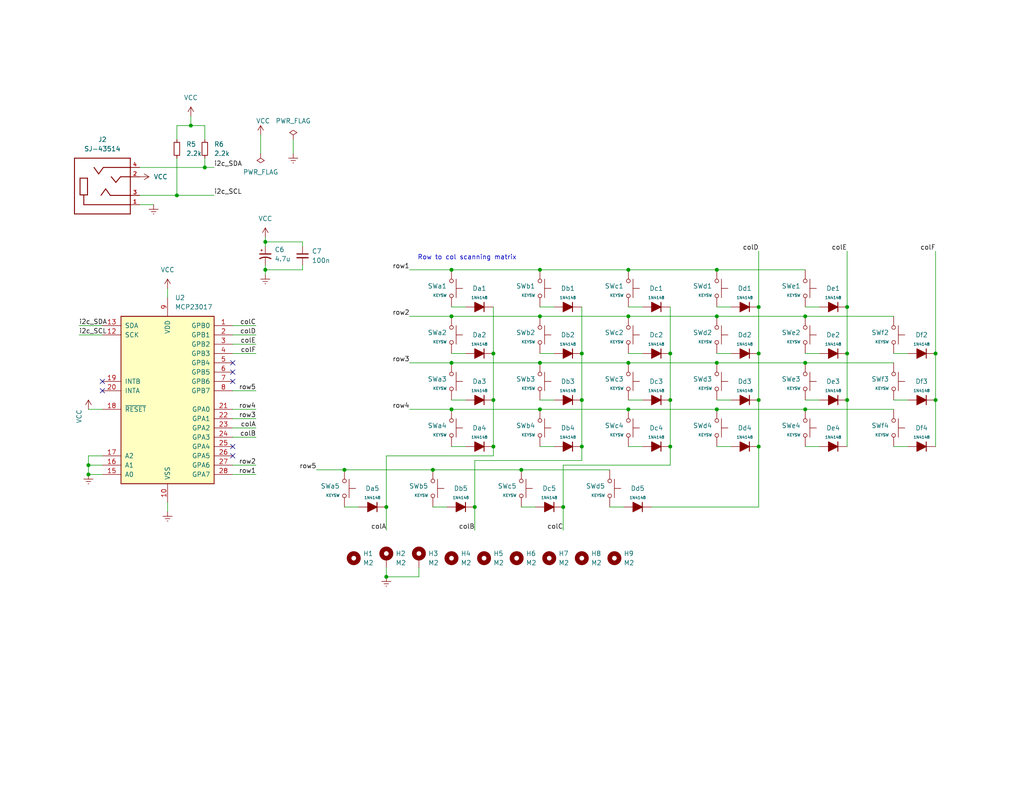
<source format=kicad_sch>
(kicad_sch (version 20211123) (generator eeschema)
  (paper "USLetter")
  (title_block (title "BlueJay Right") (rev "1.0"))
  (lib_symbols
    (symbol "BlueJaySymbolLibrary:C_Small" (pin_numbers hide) (pin_names (offset 0.254) hide)
      (property "Reference" "C" (at 0.254 1.778 0))
      (property "Value" "C_Small" (at 0.254 -2.032 0))
      (symbol "C_Small_0_1"
        (polyline (pts (xy -1.524 -0.508) (xy 1.524 -0.508)) (stroke (width 0.3302)))
        (polyline (pts (xy -1.524 0.508) (xy 1.524 0.508)) (stroke (width 0.3048)))
      )
      (symbol "C_Small_1_1"
        (pin passive line (at 0 2.54 270) (length 2.032) (name "~") (number "1"))
        (pin passive line (at 0 -2.54 90) (length 2.032) (name "~") (number "2"))
      )
    )
    (symbol "BlueJaySymbolLibrary:Device_CP1_Small" (pin_numbers hide) (pin_names (offset 0.254) hide)
      (property "Reference" "C" (at 0.254 1.778 0))
      (property "Value" "Device_CP1_Small" (at 0.254 -2.032 0))
      (symbol "Device_CP1_Small_0_1"
        (polyline (pts (xy -1.524 0.508) (xy 1.524 0.508)) (stroke (width 0.3048)))
        (polyline (pts (xy -1.27 1.524) (xy -0.762 1.524)))
        (polyline (pts (xy -1.016 1.27) (xy -1.016 1.778)))
        (arc (start 1.524 -0.762) (mid 0 -0.3734) (end -1.524 -0.762) (stroke (width 0.3048)))
      )
      (symbol "Device_CP1_Small_1_1"
        (pin passive line (at 0 2.54 270) (length 2.032) (name "~") (number "1"))
        (pin passive line (at 0 -2.54 90) (length 2.032) (name "~") (number "2"))
      )
    )
    (symbol "BlueJaySymbolLibrary:Device_R_Small" (pin_numbers hide) (pin_names (offset 0.254) hide)
      (property "Reference" "R" (at 0.762 0.508 0))
      (property "Value" "Device_R_Small" (at 0.762 -1.016 0))
      (symbol "Device_R_Small_0_1"
        (rectangle (start -0.762 1.778) (end 0.762 -1.778) (stroke (width 0.2032)))
      )
      (symbol "Device_R_Small_1_1"
        (pin passive line (at 0 2.54 270) (length 0.762) (name "~") (number "1"))
        (pin passive line (at 0 -2.54 90) (length 0.762) (name "~") (number "2"))
      )
    )
    (symbol "BlueJaySymbolLibrary:Interface_Expansion_MCP23017_SP" (pin_names (offset 1.016))
      (property "Reference" "U" (at -11.43 24.13 0))
      (property "Value" "Interface_Expansion_MCP23017_SP" (at 0 0 0))
      (symbol "Interface_Expansion_MCP23017_SP_0_1"
        (rectangle (start -12.7 22.86) (end 12.7 -22.86) (stroke (width 0.254)) (fill (type background)))
      )
      (symbol "Interface_Expansion_MCP23017_SP_1_1"
        (pin bidirectional line (at 17.78 20.32 180) (length 5.08) (name "GPB0") (number "1"))
        (pin power_in line (at 0 -27.94 90) (length 5.08) (name "VSS") (number "10"))
        (pin no_connect line (at -12.7 15.24 0) (length 5.08) hide (name "NC") (number "11"))
        (pin input line (at -17.78 17.78 0) (length 5.08) (name "SCK") (number "12"))
        (pin bidirectional line (at -17.78 20.32 0) (length 5.08) (name "SDA") (number "13"))
        (pin no_connect line (at -12.7 12.7 0) (length 5.08) hide (name "NC") (number "14"))
        (pin input line (at -17.78 -20.32 0) (length 5.08) (name "A0") (number "15"))
        (pin input line (at -17.78 -17.78 0) (length 5.08) (name "A1") (number "16"))
        (pin input line (at -17.78 -15.24 0) (length 5.08) (name "A2") (number "17"))
        (pin input line (at -17.78 -2.54 0) (length 5.08) (name "~{RESET}") (number "18"))
        (pin tri_state line (at -17.78 5.08 0) (length 5.08) (name "INTB") (number "19"))
        (pin bidirectional line (at 17.78 17.78 180) (length 5.08) (name "GPB1") (number "2"))
        (pin tri_state line (at -17.78 2.54 0) (length 5.08) (name "INTA") (number "20"))
        (pin bidirectional line (at 17.78 -2.54 180) (length 5.08) (name "GPA0") (number "21"))
        (pin bidirectional line (at 17.78 -5.08 180) (length 5.08) (name "GPA1") (number "22"))
        (pin bidirectional line (at 17.78 -7.62 180) (length 5.08) (name "GPA2") (number "23"))
        (pin bidirectional line (at 17.78 -10.16 180) (length 5.08) (name "GPA3") (number "24"))
        (pin bidirectional line (at 17.78 -12.7 180) (length 5.08) (name "GPA4") (number "25"))
        (pin bidirectional line (at 17.78 -15.24 180) (length 5.08) (name "GPA5") (number "26"))
        (pin bidirectional line (at 17.78 -17.78 180) (length 5.08) (name "GPA6") (number "27"))
        (pin bidirectional line (at 17.78 -20.32 180) (length 5.08) (name "GPA7") (number "28"))
        (pin bidirectional line (at 17.78 15.24 180) (length 5.08) (name "GPB2") (number "3"))
        (pin bidirectional line (at 17.78 12.7 180) (length 5.08) (name "GPB3") (number "4"))
        (pin bidirectional line (at 17.78 10.16 180) (length 5.08) (name "GPB4") (number "5"))
        (pin bidirectional line (at 17.78 7.62 180) (length 5.08) (name "GPB5") (number "6"))
        (pin bidirectional line (at 17.78 5.08 180) (length 5.08) (name "GPB6") (number "7"))
        (pin bidirectional line (at 17.78 2.54 180) (length 5.08) (name "GPB7") (number "8"))
        (pin power_in line (at 0 27.94 270) (length 5.08) (name "VDD") (number "9"))
      )
    )
    (symbol "BlueJaySymbolLibrary:SJ-43514" (pin_names (offset 1.016) hide)
      (property "Reference" "J" (at -7.62 8.382 0))
      (property "Value" "SJ-43514" (at -7.62 -10.16 0))
      (symbol "SJ-43514_0_0"
        (polyline (pts (xy -7.62 -7.62) (xy -7.62 7.62)) (stroke (width 0.254)))
        (polyline (pts (xy -7.62 7.62) (xy 7.62 7.62)) (stroke (width 0.254)))
        (polyline (pts (xy -6.096 -2.413) (xy -4.064 -2.413)) (stroke (width 0.254)))
        (polyline (pts (xy -6.096 2.159) (xy -6.096 -2.413)) (stroke (width 0.254)))
        (polyline (pts (xy -5.08 -5.08) (xy 7.62 -5.08)) (stroke (width 0.254)))
        (polyline (pts (xy -5.08 -2.54) (xy -5.08 -5.08)) (stroke (width 0.254)))
        (polyline (pts (xy -4.064 -2.413) (xy -4.064 2.159)) (stroke (width 0.254)))
        (polyline (pts (xy -4.064 2.159) (xy -6.096 2.159)) (stroke (width 0.254)))
        (polyline (pts (xy -2.286 5.08) (xy -1.016 3.302)) (stroke (width 0.254)))
        (polyline (pts (xy -1.016 3.302) (xy 0.254 5.08)) (stroke (width 0.254)))
        (polyline (pts (xy -0.381 -2.54) (xy 0.889 -0.762)) (stroke (width 0.254)))
        (polyline (pts (xy 0.381 5.08) (xy 7.62 5.08)) (stroke (width 0.254)))
        (polyline (pts (xy 0.889 -0.762) (xy 2.159 -2.54)) (stroke (width 0.254)))
        (polyline (pts (xy 2.159 -2.54) (xy 7.62 -2.54)) (stroke (width 0.254)))
        (polyline (pts (xy 2.413 2.54) (xy 3.683 1.016)) (stroke (width 0.254)))
        (polyline (pts (xy 3.683 1.016) (xy 4.953 2.54)) (stroke (width 0.254)))
        (polyline (pts (xy 4.953 2.54) (xy 7.62 2.54)) (stroke (width 0.254)))
        (polyline (pts (xy 7.62 -7.62) (xy -7.62 -7.62)) (stroke (width 0.254)))
        (polyline (pts (xy 7.62 -5.08) (xy 7.62 -7.62)) (stroke (width 0.254)))
        (polyline (pts (xy 7.62 -2.54) (xy 7.62 -5.08)) (stroke (width 0.254)))
        (polyline (pts (xy 7.62 2.54) (xy 7.62 -2.54)) (stroke (width 0.254)))
        (polyline (pts (xy 7.62 5.08) (xy 7.62 2.54)) (stroke (width 0.254)))
        (polyline (pts (xy 7.62 7.62) (xy 7.62 5.08)) (stroke (width 0.254)))
        (pin passive line (at 10.16 -5.08 180) (length 2.54) (name "~") (number "1"))
        (pin passive line (at 10.16 2.54 180) (length 2.54) (name "~") (number "2"))
        (pin passive line (at 10.16 -2.54 180) (length 2.54) (name "~") (number "3"))
        (pin passive line (at 10.16 5.08 180) (length 2.54) (name "~") (number "4"))
      )
    )
    (symbol "BlueJaySymbolLibrary:Switch_SW_Push" (pin_numbers hide) (pin_names (offset 1.016) hide)
      (property "Reference" "SW" (at 1.27 2.54 0))
      (property "Value" "Switch_SW_Push" (at 0 -1.524 0))
      (symbol "Switch_SW_Push_0_1"
        (circle (center -2.032 0) (radius 0.508))
        (polyline (pts (xy 0 1.27) (xy 0 3.048)))
        (polyline (pts (xy 2.54 1.27) (xy -2.54 1.27)))
        (circle (center 2.032 0) (radius 0.508))
        (pin passive line (at -5.08 0 0) (length 2.54) (name "1") (number "1"))
        (pin passive line (at 5.08 0 180) (length 2.54) (name "2") (number "2"))
      )
    )
    (symbol "Diode_AKL:1N4148" (pin_numbers hide) (pin_names (offset 1.016) hide)
      (property "Reference" "D" (at 0 5.08 0))
      (property "Value" "1N4148" (at 0 2.54 0))
      (symbol "1N4148_0_1"
        (polyline (pts (xy -1.27 0) (xy 1.27 0)))
        (polyline (pts (xy 1.27 1.27) (xy 1.27 -1.27)) (stroke (width 0.254)))
        (polyline (pts (xy -1.27 1.27) (xy -1.27 -1.27) (xy 1.27 0) (xy -1.27 1.27)) (stroke (width 0.254)) (fill (type outline)))
      )
      (symbol "1N4148_1_1"
        (pin passive line (at 3.81 0 180) (length 2.54) (name "K") (number "1"))
        (pin passive line (at -3.81 0 0) (length 2.54) (name "A") (number "2"))
      )
    )
    (symbol "Mechanical:MountingHole" (pin_numbers hide) (pin_names (offset 1.016) hide)
      (property "Reference" "H" (at 0 5.08 0))
      (property "Value" "MountingHole" (at 0 3.175 0))
      (symbol "MountingHole_0_1"
        (circle (center 0 0) (radius 1.27) (stroke (width 1.27)))
      )
    )
    (symbol "Mechanical:MountingHole_Pad" (pin_numbers hide) (pin_names (offset 1.016) hide)
      (property "Reference" "H" (at 0 6.35 0))
      (property "Value" "MountingHole_Pad" (at 0 4.445 0))
      (symbol "MountingHole_Pad_0_1"
        (circle (center 0 1.27) (radius 1.27) (stroke (width 1.27)))
      )
      (symbol "MountingHole_Pad_1_1"
        (pin input line (at 0 -2.54 90) (length 2.54) (name "1") (number "1"))
      )
    )
    (symbol "power:Earth" (power) (pin_names (offset 0))
      (symbol "Earth_0_1"
        (polyline (pts (xy -0.635 -1.905) (xy 0.635 -1.905)))
        (polyline (pts (xy -0.127 -2.54) (xy 0.127 -2.54)))
        (polyline (pts (xy 0 -1.27) (xy 0 0)))
        (polyline (pts (xy 1.27 -1.27) (xy -1.27 -1.27)))
      )
      (symbol "Earth_1_1"
        (pin power_in line (at 0 0 270) (length 0) hide (name "Earth") (number "1"))
      )
    )
    (symbol "power:PWR_FLAG" (power) (pin_numbers hide) (pin_names (offset 0) hide)
      (property "Value" "PWR_FLAG" (at 0 3.81 0))
      (symbol "PWR_FLAG_0_0"
        (pin power_out line (at 0 0 90) (length 0) (name "pwr") (number "1"))
      )
      (symbol "PWR_FLAG_0_1"
        (polyline (pts (xy 0 0) (xy 0 1.27) (xy -1.016 1.905) (xy 0 2.54) (xy 1.016 1.905) (xy 0 1.27)))
      )
    )
    (symbol "power:VCC" (power) (pin_names (offset 0))
      (property "Value" "VCC" (at 0 3.81 0))
      (symbol "VCC_0_1"
        (polyline (pts (xy -0.762 1.27) (xy 0 2.54)))
        (polyline (pts (xy 0 0) (xy 0 2.54)))
        (polyline (pts (xy 0 2.54) (xy 0.762 1.27)))
      )
      (symbol "VCC_1_1"
        (pin power_in line (at 0 0 90) (length 0) hide (name "VCC") (number "1"))
      )
    )
  )
  (junction (at 195.58 99.06))
  (junction (at 219.71 111.76))
  (junction (at 72.39 66.04))
  (junction (at 171.45 73.66))
  (junction (at 123.19 111.76))
  (junction (at 207.01 96.52))
  (junction (at 123.19 99.06))
  (junction (at 134.62 96.52))
  (junction (at 219.71 86.36))
  (junction (at 55.88 45.72))
  (junction (at 105.41 138.43))
  (junction (at 171.45 111.76))
  (junction (at 158.75 96.52))
  (junction (at 158.75 121.92))
  (junction (at 147.32 86.36))
  (junction (at 123.19 73.66))
  (junction (at 52.07 34.29))
  (junction (at 134.62 121.92))
  (junction (at 207.01 121.92))
  (junction (at 195.58 86.36))
  (junction (at 93.98 128.27))
  (junction (at 123.19 86.36))
  (junction (at 171.45 99.06))
  (junction (at 147.32 111.76))
  (junction (at 195.58 111.76))
  (junction (at 207.01 83.82))
  (junction (at 255.27 109.22))
  (junction (at 118.11 128.27))
  (junction (at 255.27 96.52))
  (junction (at 147.32 73.66))
  (junction (at 142.24 128.27))
  (junction (at 231.14 83.82))
  (junction (at 195.58 73.66))
  (junction (at 147.32 99.06))
  (junction (at 72.39 73.66))
  (junction (at 219.71 99.06))
  (junction (at 158.75 109.22))
  (junction (at 24.13 129.54))
  (junction (at 24.13 127))
  (junction (at 134.62 109.22))
  (junction (at 207.01 109.22))
  (junction (at 153.67 138.43))
  (junction (at 129.54 138.43))
  (junction (at 182.88 109.22))
  (junction (at 182.88 96.52))
  (junction (at 182.88 121.92))
  (junction (at 231.14 109.22))
  (junction (at 48.26 53.34))
  (junction (at 231.14 96.52))
  (junction (at 171.45 86.36))
  (junction (at 105.41 157.48))
  (no_connect (at 63.5 99.06))
  (no_connect (at 63.5 104.14))
  (no_connect (at 63.5 101.6))
  (no_connect (at 27.94 104.14))
  (no_connect (at 27.94 106.68))
  (no_connect (at 63.5 124.46))
  (no_connect (at 63.5 121.92))
  (wire (pts (xy 55.88 43.18) (xy 55.88 45.72)))
  (wire (pts (xy 48.26 43.18) (xy 48.26 53.34)))
  (wire (pts (xy 223.52 96.52) (xy 219.71 96.52)))
  (wire (pts (xy 134.62 96.52) (xy 134.62 109.22)))
  (wire (pts (xy 195.58 73.66) (xy 171.45 73.66)))
  (wire (pts (xy 247.65 109.22) (xy 243.84 109.22)))
  (wire (pts (xy 63.5 119.38) (xy 69.85 119.38)))
  (wire (pts (xy 48.26 53.34) (xy 58.42 53.34)))
  (wire (pts (xy 247.65 121.92) (xy 243.84 121.92)))
  (wire (pts (xy 182.88 121.92) (xy 182.88 127)))
  (wire (pts (xy 72.39 66.04) (xy 72.39 67.31)))
  (wire (pts (xy 114.3 154.94) (xy 114.3 157.48)))
  (wire (pts (xy 153.67 127) (xy 153.67 138.43)))
  (wire (pts (xy 105.41 124.46) (xy 105.41 138.43)))
  (wire (pts (xy 48.26 34.29) (xy 48.26 38.1)))
  (wire (pts (xy 247.65 96.52) (xy 243.84 96.52)))
  (wire (pts (xy 199.39 96.52) (xy 195.58 96.52)))
  (wire (pts (xy 123.19 86.36) (xy 111.76 86.36)))
  (wire (pts (xy 195.58 111.76) (xy 171.45 111.76)))
  (wire (pts (xy 38.1 45.72) (xy 55.88 45.72)))
  (wire (pts (xy 175.26 83.82) (xy 171.45 83.82)))
  (wire (pts (xy 127 121.92) (xy 123.19 121.92)))
  (wire (pts (xy 21.59 88.9) (xy 27.94 88.9)))
  (wire (pts (xy 207.01 109.22) (xy 207.01 121.92)))
  (wire (pts (xy 63.5 116.84) (xy 69.85 116.84)))
  (wire (pts (xy 21.59 91.44) (xy 27.94 91.44)))
  (wire (pts (xy 63.5 91.44) (xy 69.85 91.44)))
  (wire (pts (xy 118.11 128.27) (xy 93.98 128.27)))
  (wire (pts (xy 147.32 99.06) (xy 123.19 99.06)))
  (wire (pts (xy 151.13 96.52) (xy 147.32 96.52)))
  (wire (pts (xy 24.13 111.76) (xy 27.94 111.76)))
  (wire (pts (xy 63.5 106.68) (xy 69.85 106.68)))
  (wire (pts (xy 72.39 73.66) (xy 72.39 74.93)))
  (wire (pts (xy 134.62 124.46) (xy 105.41 124.46)))
  (wire (pts (xy 142.24 128.27) (xy 166.37 128.27)))
  (wire (pts (xy 199.39 121.92) (xy 195.58 121.92)))
  (wire (pts (xy 255.27 109.22) (xy 255.27 121.92)))
  (wire (pts (xy 105.41 138.43) (xy 105.41 144.78)))
  (wire (pts (xy 24.13 127) (xy 24.13 124.46)))
  (wire (pts (xy 24.13 129.54) (xy 27.94 129.54)))
  (wire (pts (xy 147.32 73.66) (xy 123.19 73.66)))
  (wire (pts (xy 45.72 137.16) (xy 45.72 139.7)))
  (wire (pts (xy 134.62 109.22) (xy 134.62 121.92)))
  (wire (pts (xy 151.13 109.22) (xy 147.32 109.22)))
  (wire (pts (xy 147.32 86.36) (xy 123.19 86.36)))
  (wire (pts (xy 231.14 83.82) (xy 231.14 96.52)))
  (wire (pts (xy 175.26 96.52) (xy 171.45 96.52)))
  (wire (pts (xy 255.27 96.52) (xy 255.27 109.22)))
  (wire (pts (xy 24.13 127) (xy 27.94 127)))
  (wire (pts (xy 55.88 34.29) (xy 55.88 38.1)))
  (wire (pts (xy 72.39 72.39) (xy 72.39 73.66)))
  (wire (pts (xy 24.13 124.46) (xy 27.94 124.46)))
  (wire (pts (xy 231.14 109.22) (xy 231.14 121.92)))
  (wire (pts (xy 158.75 96.52) (xy 158.75 109.22)))
  (wire (pts (xy 171.45 111.76) (xy 147.32 111.76)))
  (wire (pts (xy 175.26 121.92) (xy 171.45 121.92)))
  (wire (pts (xy 38.1 55.88) (xy 41.91 55.88)))
  (wire (pts (xy 114.3 157.48) (xy 105.41 157.48)))
  (wire (pts (xy 134.62 83.82) (xy 134.62 96.52)))
  (wire (pts (xy 97.79 138.43) (xy 93.98 138.43)))
  (wire (pts (xy 158.75 83.82) (xy 158.75 96.52)))
  (wire (pts (xy 223.52 109.22) (xy 219.71 109.22)))
  (wire (pts (xy 147.32 111.76) (xy 123.19 111.76)))
  (wire (pts (xy 207.01 138.43) (xy 177.8 138.43)))
  (wire (pts (xy 63.5 111.76) (xy 69.85 111.76)))
  (wire (pts (xy 52.07 31.75) (xy 52.07 34.29)))
  (wire (pts (xy 123.19 99.06) (xy 111.76 99.06)))
  (wire (pts (xy 82.55 67.31) (xy 82.55 66.04)))
  (wire (pts (xy 55.88 45.72) (xy 58.42 45.72)))
  (wire (pts (xy 158.75 125.73) (xy 129.54 125.73)))
  (wire (pts (xy 255.27 68.58) (xy 255.27 96.52)))
  (wire (pts (xy 182.88 96.52) (xy 182.88 109.22)))
  (wire (pts (xy 219.71 111.76) (xy 195.58 111.76)))
  (wire (pts (xy 207.01 83.82) (xy 207.01 96.52)))
  (wire (pts (xy 80.01 38.1) (xy 80.01 41.91)))
  (wire (pts (xy 199.39 109.22) (xy 195.58 109.22)))
  (wire (pts (xy 153.67 138.43) (xy 153.67 144.78)))
  (wire (pts (xy 231.14 96.52) (xy 231.14 109.22)))
  (wire (pts (xy 158.75 121.92) (xy 158.75 125.73)))
  (wire (pts (xy 158.75 109.22) (xy 158.75 121.92)))
  (wire (pts (xy 129.54 138.43) (xy 129.54 144.78)))
  (wire (pts (xy 63.5 129.54) (xy 69.85 129.54)))
  (wire (pts (xy 219.71 99.06) (xy 195.58 99.06)))
  (wire (pts (xy 63.5 88.9) (xy 69.85 88.9)))
  (wire (pts (xy 195.58 99.06) (xy 171.45 99.06)))
  (wire (pts (xy 219.71 86.36) (xy 195.58 86.36)))
  (wire (pts (xy 72.39 64.77) (xy 72.39 66.04)))
  (wire (pts (xy 171.45 73.66) (xy 147.32 73.66)))
  (wire (pts (xy 175.26 109.22) (xy 171.45 109.22)))
  (wire (pts (xy 63.5 127) (xy 69.85 127)))
  (wire (pts (xy 207.01 96.52) (xy 207.01 109.22)))
  (wire (pts (xy 134.62 121.92) (xy 134.62 124.46)))
  (wire (pts (xy 171.45 99.06) (xy 147.32 99.06)))
  (wire (pts (xy 82.55 73.66) (xy 72.39 73.66)))
  (wire (pts (xy 127 96.52) (xy 123.19 96.52)))
  (wire (pts (xy 195.58 86.36) (xy 171.45 86.36)))
  (wire (pts (xy 82.55 72.39) (xy 82.55 73.66)))
  (wire (pts (xy 129.54 125.73) (xy 129.54 138.43)))
  (wire (pts (xy 63.5 93.98) (xy 69.85 93.98)))
  (wire (pts (xy 82.55 66.04) (xy 72.39 66.04)))
  (wire (pts (xy 52.07 34.29) (xy 48.26 34.29)))
  (wire (pts (xy 182.88 109.22) (xy 182.88 121.92)))
  (wire (pts (xy 243.84 111.76) (xy 219.71 111.76)))
  (wire (pts (xy 93.98 128.27) (xy 86.36 128.27)))
  (wire (pts (xy 223.52 83.82) (xy 219.71 83.82)))
  (wire (pts (xy 105.41 154.94) (xy 105.41 157.48)))
  (wire (pts (xy 207.01 121.92) (xy 207.01 138.43)))
  (wire (pts (xy 243.84 99.06) (xy 219.71 99.06)))
  (wire (pts (xy 127 83.82) (xy 123.19 83.82)))
  (wire (pts (xy 123.19 73.66) (xy 111.76 73.66)))
  (wire (pts (xy 38.1 53.34) (xy 48.26 53.34)))
  (wire (pts (xy 170.18 138.43) (xy 166.37 138.43)))
  (wire (pts (xy 151.13 121.92) (xy 147.32 121.92)))
  (wire (pts (xy 63.5 114.3) (xy 69.85 114.3)))
  (wire (pts (xy 199.39 83.82) (xy 195.58 83.82)))
  (wire (pts (xy 52.07 34.29) (xy 55.88 34.29)))
  (wire (pts (xy 127 109.22) (xy 123.19 109.22)))
  (wire (pts (xy 71.12 36.83) (xy 71.12 41.91)))
  (wire (pts (xy 207.01 68.58) (xy 207.01 83.82)))
  (wire (pts (xy 121.92 138.43) (xy 118.11 138.43)))
  (wire (pts (xy 24.13 129.54) (xy 24.13 127)))
  (wire (pts (xy 219.71 73.66) (xy 195.58 73.66)))
  (wire (pts (xy 231.14 68.58) (xy 231.14 83.82)))
  (wire (pts (xy 151.13 83.82) (xy 147.32 83.82)))
  (wire (pts (xy 146.05 138.43) (xy 142.24 138.43)))
  (wire (pts (xy 63.5 96.52) (xy 69.85 96.52)))
  (wire (pts (xy 123.19 111.76) (xy 111.76 111.76)))
  (wire (pts (xy 182.88 83.82) (xy 182.88 96.52)))
  (wire (pts (xy 182.88 127) (xy 153.67 127)))
  (wire (pts (xy 171.45 86.36) (xy 147.32 86.36)))
  (wire (pts (xy 223.52 121.92) (xy 219.71 121.92)))
  (wire (pts (xy 45.72 78.74) (xy 45.72 81.28)))
  (wire (pts (xy 243.84 86.36) (xy 219.71 86.36)))
  (wire (pts (xy 142.24 128.27) (xy 118.11 128.27)))
  (text "Row to col scanning matrix" (at 140.97 71.12 180) (effects (font (size 1.27 1.27)) (justify right bottom)))
  (label "i2c_SCL" (at 21.59 91.44 0))
  (label "colF" (at 69.85 96.52 180))
  (label "colE" (at 231.14 68.58 180))
  (label "colE" (at 69.85 93.98 180))
  (label "colC" (at 69.85 88.9 180))
  (label "row2" (at 69.85 127 180))
  (label "colB" (at 69.85 119.38 180))
  (label "colB" (at 129.54 144.78 180))
  (label "colD" (at 207.01 68.58 180))
  (label "row1" (at 111.76 73.66 180))
  (label "row2" (at 111.76 86.36 180))
  (label "i2c_SDA" (at 21.59 88.9 0))
  (label "colC" (at 153.67 144.78 180))
  (label "row4" (at 69.85 111.76 180))
  (label "colA" (at 69.85 116.84 180))
  (label "colF" (at 255.27 68.58 180))
  (label "i2c_SCL" (at 58.42 53.34 0))
  (label "colD" (at 69.85 91.44 180))
  (label "row5" (at 69.85 106.68 180))
  (label "row5" (at 86.36 128.27 180))
  (label "row3" (at 69.85 114.3 180))
  (label "row4" (at 111.76 111.76 180))
  (label "colA" (at 105.41 144.78 180))
  (label "row3" (at 111.76 99.06 180))
  (label "row1" (at 69.85 129.54 180))
  (label "i2c_SDA" (at 58.42 45.72 0))
  (symbol (lib_id "BlueJaySymbolLibrary:Switch_SW_Push") (at 123.19 116.84 270) (mirror x) (unit 1)
    (property "Reference" "SWa4" (at 121.92 116.2049 90) (effects (justify right)))
    (property "Value" "KEYSW" (at 121.92 118.7449 90) (effects (font (size 0.75 0.75)) (justify right)))
    (property "Footprint" "BlueJay footprints:SW_MX" (effects hide))
  )
  (symbol (lib_id "BlueJaySymbolLibrary:Switch_SW_Push") (at 123.19 91.44 270) (mirror x) (unit 1)
    (property "Reference" "SWa2" (at 121.92 90.8049 90) (effects (justify right)))
    (property "Value" "KEYSW" (at 121.92 93.3449 90) (effects (font (size 0.75 0.75)) (justify right)))
    (property "Footprint" "BlueJay footprints:SW_MX" (effects hide))
  )
  (symbol (lib_id "Diode_AKL:1N4148") (at 227.33 121.92 0) (mirror x) (unit 1)
    (property "Reference" "De4" (at 227.33 116.84 0))
    (property "Value" "1N4148" (at 227.33 119.38 0) (effects (font (size 0.75 0.75))))
    (property "Footprint" "BlueJay footprints:D_DO-35_SOD27_P5.08mm_Horizontal" (effects hide))
    (property "Datasheet" "https://datasheet.octopart.com/1N4148TR-ON-Semiconductor-datasheet-42765246.pdf" (effects hide))
  )
  (symbol (lib_id "Diode_AKL:1N4148") (at 130.81 83.82 0) (mirror x) (unit 1)
    (property "Reference" "Da1" (at 130.81 78.74 0))
    (property "Value" "1N4148" (at 130.81 81.28 0) (effects (font (size 0.75 0.75))))
    (property "Footprint" "BlueJay footprints:D_DO-35_SOD27_P5.08mm_Horizontal" (effects hide))
    (property "Datasheet" "https://datasheet.octopart.com/1N4148TR-ON-Semiconductor-datasheet-42765246.pdf" (effects hide))
  )
  (symbol (lib_id "Diode_AKL:1N4148") (at 179.07 121.92 0) (mirror x) (unit 1)
    (property "Reference" "Dc4" (at 179.07 116.84 0))
    (property "Value" "1N4148" (at 179.07 119.38 0) (effects (font (size 0.75 0.75))))
    (property "Footprint" "BlueJay footprints:D_DO-35_SOD27_P5.08mm_Horizontal" (effects hide))
    (property "Datasheet" "https://datasheet.octopart.com/1N4148TR-ON-Semiconductor-datasheet-42765246.pdf" (effects hide))
  )
  (symbol (lib_id "Mechanical:MountingHole") (at 149.86 152.4 0) (unit 1) (in_bom no)
    (property "Reference" "H7" (at 152.4 151.1299 0) (effects (justify left)))
    (property "Value" "M2" (at 152.4 153.6699 0) (effects (justify left)))
    (property "Footprint" "MountingHole:MountingHole_2.2mm_M2_Pad" (effects hide))
  )
  (symbol (lib_id "BlueJaySymbolLibrary:Interface_Expansion_MCP23017_SP") (at 45.72 109.22 0) (unit 1)
    (property "Reference" "U2" (at 47.7394 81.28 0) (effects (justify left)))
    (property "Value" "MCP23017" (at 47.7394 83.82 0) (effects (justify left)))
    (property "Footprint" "Package_DIP_AKL:DIP-28_W7.62mm_Socket" (effects hide))
  )
  (symbol (lib_id "Mechanical:MountingHole_Pad") (at 114.3 152.4 0) (unit 1)
    (property "Reference" "H3" (at 116.84 151.1299 0) (effects (justify left)))
    (property "Value" "M2" (at 116.84 153.6699 0) (effects (justify left)))
    (property "Footprint" "MountingHole:MountingHole_2.2mm_M2_Pad" (effects hide))
  )
  (symbol (lib_id "Diode_AKL:1N4148") (at 203.2 83.82 0) (mirror x) (unit 1)
    (property "Reference" "Dd1" (at 203.2 78.74 0))
    (property "Value" "1N4148" (at 203.2 81.28 0) (effects (font (size 0.75 0.75))))
    (property "Footprint" "BlueJay footprints:D_DO-35_SOD27_P5.08mm_Horizontal" (effects hide))
    (property "Datasheet" "https://datasheet.octopart.com/1N4148TR-ON-Semiconductor-datasheet-42765246.pdf" (effects hide))
  )
  (symbol (lib_id "BlueJaySymbolLibrary:Switch_SW_Push") (at 243.84 91.44 270) (mirror x) (unit 1)
    (property "Reference" "SWf2" (at 242.57 90.8049 90) (effects (justify right)))
    (property "Value" "KEYSW" (at 242.57 93.3449 90) (effects (font (size 0.75 0.75)) (justify right)))
    (property "Footprint" "BlueJay footprints:SW_MX" (effects hide))
  )
  (symbol (lib_id "Diode_AKL:1N4148") (at 179.07 83.82 0) (mirror x) (unit 1)
    (property "Reference" "Dc1" (at 179.07 78.74 0))
    (property "Value" "1N4148" (at 179.07 81.28 0) (effects (font (size 0.75 0.75))))
    (property "Footprint" "BlueJay footprints:D_DO-35_SOD27_P5.08mm_Horizontal" (effects hide))
    (property "Datasheet" "https://datasheet.octopart.com/1N4148TR-ON-Semiconductor-datasheet-42765246.pdf" (effects hide))
  )
  (symbol (lib_id "BlueJaySymbolLibrary:Switch_SW_Push") (at 171.45 91.44 270) (mirror x) (unit 1)
    (property "Reference" "SWc2" (at 170.18 90.8049 90) (effects (justify right)))
    (property "Value" "KEYSW" (at 170.18 93.3449 90) (effects (font (size 0.75 0.75)) (justify right)))
    (property "Footprint" "BlueJay footprints:SW_MX" (effects hide))
  )
  (symbol (lib_id "power:VCC") (at 38.1 48.26 270) (unit 1)
    (property "Reference" "#PWR0112" (effects hide))
    (property "Value" "VCC" (at 41.91 48.2599 90) (effects (justify left)))
  )
  (symbol (lib_id "BlueJaySymbolLibrary:Switch_SW_Push") (at 219.71 104.14 270) (mirror x) (unit 1)
    (property "Reference" "SWe3" (at 218.44 103.5049 90) (effects (justify right)))
    (property "Value" "KEYSW" (at 218.44 106.0449 90) (effects (font (size 0.75 0.75)) (justify right)))
    (property "Footprint" "BlueJay footprints:SW_MX" (effects hide))
  )
  (symbol (lib_id "BlueJaySymbolLibrary:Device_CP1_Small") (at 72.39 69.85 0) (unit 1)
    (property "Reference" "C6" (at 74.93 68.1481 0) (effects (justify left)))
    (property "Value" "4.7u" (at 74.93 70.6881 0) (effects (justify left)))
    (property "Footprint" "BlueJay footprints:CP_Radial_D4.0mm_P1.50mm" (effects hide))
  )
  (symbol (lib_id "power:Earth") (at 80.01 41.91 0) (unit 1)
    (property "Reference" "#PWR0108" (effects hide))
    (property "Value" "Earth" (effects hide))
  )
  (symbol (lib_id "BlueJaySymbolLibrary:Switch_SW_Push") (at 195.58 104.14 270) (mirror x) (unit 1)
    (property "Reference" "SWd3" (at 194.31 103.5049 90) (effects (justify right)))
    (property "Value" "KEYSW" (at 194.31 106.0449 90) (effects (font (size 0.75 0.75)) (justify right)))
    (property "Footprint" "BlueJay footprints:SW_MX" (effects hide))
  )
  (symbol (lib_id "Mechanical:MountingHole_Pad") (at 105.41 152.4 0) (unit 1)
    (property "Reference" "H2" (at 107.95 151.1299 0) (effects (justify left)))
    (property "Value" "M2" (at 107.95 153.6699 0) (effects (justify left)))
    (property "Footprint" "MountingHole:MountingHole_2.2mm_M2_Pad" (effects hide))
  )
  (symbol (lib_id "power:Earth") (at 45.72 139.7 0) (unit 1)
    (property "Reference" "#PWR0104" (effects hide))
    (property "Value" "Earth" (effects hide))
  )
  (symbol (lib_id "Mechanical:MountingHole") (at 167.64 152.4 0) (unit 1) (in_bom no)
    (property "Reference" "H9" (at 170.18 151.1299 0) (effects (justify left)))
    (property "Value" "M2" (at 170.18 153.6699 0) (effects (justify left)))
    (property "Footprint" "MountingHole:MountingHole_2.2mm_M2_Pad" (effects hide))
  )
  (symbol (lib_id "BlueJaySymbolLibrary:Switch_SW_Push") (at 195.58 91.44 270) (mirror x) (unit 1)
    (property "Reference" "SWd2" (at 194.31 90.8049 90) (effects (justify right)))
    (property "Value" "KEYSW" (at 194.31 93.3449 90) (effects (font (size 0.75 0.75)) (justify right)))
    (property "Footprint" "BlueJay footprints:SW_MX" (effects hide))
  )
  (symbol (lib_id "power:VCC") (at 52.07 31.75 0) (unit 1)
    (property "Reference" "#PWR0107" (effects hide))
    (property "Value" "VCC" (at 52.07 26.67 0))
  )
  (symbol (lib_id "BlueJaySymbolLibrary:SJ-43514") (at 27.94 50.8 0) (unit 1)
    (property "Reference" "J2" (at 27.94 38.1 0))
    (property "Value" "SJ-43514" (at 27.94 40.64 0))
    (property "Footprint" "BlueJay footprints:CUI_SJ-43514" (effects hide))
    (property "Datasheet" "1.04" (effects hide))
    (property "Field4" "MANUFACTURER RECOMMENDATIONS" (effects hide))
    (property "Field5" "CUI INC" (effects hide))
    (property "MANUFACTURER" "CUI INC" (effects hide))
    (property "PART_REV" "1.04" (effects hide))
    (property "STANDARD" "MANUFACTURER RECOMMENDATIONS" (effects hide))
  )
  (symbol (lib_id "Diode_AKL:1N4148") (at 227.33 96.52 0) (mirror x) (unit 1)
    (property "Reference" "De2" (at 227.33 91.44 0))
    (property "Value" "1N4148" (at 227.33 93.98 0) (effects (font (size 0.75 0.75))))
    (property "Footprint" "BlueJay footprints:D_DO-35_SOD27_P5.08mm_Horizontal" (effects hide))
    (property "Datasheet" "https://datasheet.octopart.com/1N4148TR-ON-Semiconductor-datasheet-42765246.pdf" (effects hide))
  )
  (symbol (lib_id "BlueJaySymbolLibrary:Switch_SW_Push") (at 243.84 104.14 270) (mirror x) (unit 1)
    (property "Reference" "SWf3" (at 242.57 103.5049 90) (effects (justify right)))
    (property "Value" "KEYSW" (at 242.57 106.0449 90) (effects (font (size 0.75 0.75)) (justify right)))
    (property "Footprint" "BlueJay footprints:SW_MX" (effects hide))
  )
  (symbol (lib_id "BlueJaySymbolLibrary:Switch_SW_Push") (at 147.32 104.14 270) (mirror x) (unit 1)
    (property "Reference" "SWb3" (at 146.05 103.5049 90) (effects (justify right)))
    (property "Value" "KEYSW" (at 146.05 106.0449 90) (effects (font (size 0.75 0.75)) (justify right)))
    (property "Footprint" "BlueJay footprints:SW_MX" (effects hide))
  )
  (symbol (lib_id "Diode_AKL:1N4148") (at 251.46 96.52 0) (mirror x) (unit 1)
    (property "Reference" "Df2" (at 251.46 91.44 0))
    (property "Value" "1N4148" (at 251.46 93.98 0) (effects (font (size 0.75 0.75))))
    (property "Footprint" "BlueJay footprints:D_DO-35_SOD27_P5.08mm_Horizontal" (effects hide))
    (property "Datasheet" "https://datasheet.octopart.com/1N4148TR-ON-Semiconductor-datasheet-42765246.pdf" (effects hide))
  )
  (symbol (lib_id "BlueJaySymbolLibrary:Switch_SW_Push") (at 219.71 116.84 270) (mirror x) (unit 1)
    (property "Reference" "SWe4" (at 218.44 116.2049 90) (effects (justify right)))
    (property "Value" "KEYSW" (at 218.44 118.7449 90) (effects (font (size 0.75 0.75)) (justify right)))
    (property "Footprint" "BlueJay footprints:SW_MX" (effects hide))
  )
  (symbol (lib_id "BlueJaySymbolLibrary:C_Small") (at 82.55 69.85 0) (unit 1)
    (property "Reference" "C7" (at 85.09 68.5862 0) (effects (justify left)))
    (property "Value" "100n" (at 85.09 71.1262 0) (effects (justify left)))
    (property "Footprint" "BlueJay footprints:C_Disc_D4.3mm_W1.9mm_P5.00mm" (effects hide))
  )
  (symbol (lib_id "power:Earth") (at 72.39 74.93 0) (unit 1)
    (property "Reference" "#PWR0102" (effects hide))
    (property "Value" "Earth" (effects hide))
  )
  (symbol (lib_id "BlueJaySymbolLibrary:Switch_SW_Push") (at 166.37 133.35 270) (mirror x) (unit 1)
    (property "Reference" "SWd5" (at 165.1 132.7149 90) (effects (justify right)))
    (property "Value" "KEYSW" (at 165.1 135.2549 90) (effects (font (size 0.75 0.75)) (justify right)))
    (property "Footprint" "BlueJay footprints:SW_MX" (effects hide))
  )
  (symbol (lib_id "BlueJaySymbolLibrary:Switch_SW_Push") (at 171.45 104.14 270) (mirror x) (unit 1)
    (property "Reference" "SWc3" (at 170.18 103.5049 90) (effects (justify right)))
    (property "Value" "KEYSW" (at 170.18 106.0449 90) (effects (font (size 0.75 0.75)) (justify right)))
    (property "Footprint" "BlueJay footprints:SW_MX" (effects hide))
  )
  (symbol (lib_id "Diode_AKL:1N4148") (at 154.94 96.52 0) (mirror x) (unit 1)
    (property "Reference" "Db2" (at 154.94 91.44 0))
    (property "Value" "1N4148" (at 154.94 93.98 0) (effects (font (size 0.75 0.75))))
    (property "Footprint" "BlueJay footprints:D_DO-35_SOD27_P5.08mm_Horizontal" (effects hide))
    (property "Datasheet" "https://datasheet.octopart.com/1N4148TR-ON-Semiconductor-datasheet-42765246.pdf" (effects hide))
  )
  (symbol (lib_id "BlueJaySymbolLibrary:Switch_SW_Push") (at 171.45 78.74 270) (mirror x) (unit 1)
    (property "Reference" "SWc1" (at 170.18 78.1049 90) (effects (justify right)))
    (property "Value" "KEYSW" (at 170.18 80.6449 90) (effects (font (size 0.75 0.75)) (justify right)))
    (property "Footprint" "BlueJay footprints:SW_MX" (effects hide))
  )
  (symbol (lib_id "Diode_AKL:1N4148") (at 203.2 121.92 0) (mirror x) (unit 1)
    (property "Reference" "Dd4" (at 203.2 116.84 0))
    (property "Value" "1N4148" (at 203.2 119.38 0) (effects (font (size 0.75 0.75))))
    (property "Footprint" "BlueJay footprints:D_DO-35_SOD27_P5.08mm_Horizontal" (effects hide))
    (property "Datasheet" "https://datasheet.octopart.com/1N4148TR-ON-Semiconductor-datasheet-42765246.pdf" (effects hide))
  )
  (symbol (lib_id "Diode_AKL:1N4148") (at 227.33 109.22 0) (mirror x) (unit 1)
    (property "Reference" "De3" (at 227.33 104.14 0))
    (property "Value" "1N4148" (at 227.33 106.68 0) (effects (font (size 0.75 0.75))))
    (property "Footprint" "BlueJay footprints:D_DO-35_SOD27_P5.08mm_Horizontal" (effects hide))
    (property "Datasheet" "https://datasheet.octopart.com/1N4148TR-ON-Semiconductor-datasheet-42765246.pdf" (effects hide))
  )
  (symbol (lib_id "BlueJaySymbolLibrary:Switch_SW_Push") (at 243.84 116.84 270) (mirror x) (unit 1)
    (property "Reference" "SWf4" (at 242.57 116.2049 90) (effects (justify right)))
    (property "Value" "KEYSW" (at 242.57 118.7449 90) (effects (font (size 0.75 0.75)) (justify right)))
    (property "Footprint" "BlueJay footprints:SW_MX" (effects hide))
  )
  (symbol (lib_id "BlueJaySymbolLibrary:Device_R_Small") (at 48.26 40.64 0) (unit 1)
    (property "Reference" "R5" (at 50.8 39.3699 0) (effects (justify left)))
    (property "Value" "2.2k" (at 50.8 41.9099 0) (effects (justify left)))
    (property "Footprint" "BlueJay footprints:R_Axial_DIN0204_L3.6mm_D1.6mm_P5.08mm_Horizontal" (effects hide))
  )
  (symbol (lib_id "BlueJaySymbolLibrary:Switch_SW_Push") (at 195.58 116.84 270) (mirror x) (unit 1)
    (property "Reference" "SWd4" (at 194.31 116.2049 90) (effects (justify right)))
    (property "Value" "KEYSW" (at 194.31 118.7449 90) (effects (font (size 0.75 0.75)) (justify right)))
    (property "Footprint" "BlueJay footprints:SW_MX" (effects hide))
  )
  (symbol (lib_id "Diode_AKL:1N4148") (at 130.81 96.52 0) (mirror x) (unit 1)
    (property "Reference" "Da2" (at 130.81 91.44 0))
    (property "Value" "1N4148" (at 130.81 93.98 0) (effects (font (size 0.75 0.75))))
    (property "Footprint" "BlueJay footprints:D_DO-35_SOD27_P5.08mm_Horizontal" (effects hide))
    (property "Datasheet" "https://datasheet.octopart.com/1N4148TR-ON-Semiconductor-datasheet-42765246.pdf" (effects hide))
  )
  (symbol (lib_id "Diode_AKL:1N4148") (at 130.81 121.92 0) (mirror x) (unit 1)
    (property "Reference" "Da4" (at 130.81 116.84 0))
    (property "Value" "1N4148" (at 130.81 119.38 0) (effects (font (size 0.75 0.75))))
    (property "Footprint" "BlueJay footprints:D_DO-35_SOD27_P5.08mm_Horizontal" (effects hide))
    (property "Datasheet" "https://datasheet.octopart.com/1N4148TR-ON-Semiconductor-datasheet-42765246.pdf" (effects hide))
  )
  (symbol (lib_id "power:Earth") (at 105.41 157.48 0) (unit 1)
    (property "Reference" "#PWR0110" (effects hide))
    (property "Value" "Earth" (effects hide))
  )
  (symbol (lib_id "power:Earth") (at 41.91 55.88 0) (unit 1)
    (property "Reference" "#PWR0113" (effects hide))
    (property "Value" "Earth" (effects hide))
  )
  (symbol (lib_id "BlueJaySymbolLibrary:Switch_SW_Push") (at 219.71 91.44 270) (mirror x) (unit 1)
    (property "Reference" "SWe2" (at 218.44 90.8049 90) (effects (justify right)))
    (property "Value" "KEYSW" (at 218.44 93.3449 90) (effects (font (size 0.75 0.75)) (justify right)))
    (property "Footprint" "BlueJay footprints:SW_MX" (effects hide))
  )
  (symbol (lib_id "Mechanical:MountingHole") (at 132.08 152.4 0) (unit 1) (in_bom no)
    (property "Reference" "H5" (at 134.62 151.1299 0) (effects (justify left)))
    (property "Value" "M2" (at 134.62 153.6699 0) (effects (justify left)))
    (property "Footprint" "MountingHole:MountingHole_2.2mm_M2_Pad" (effects hide))
  )
  (symbol (lib_id "BlueJaySymbolLibrary:Device_R_Small") (at 55.88 40.64 0) (unit 1)
    (property "Reference" "R6" (at 58.42 39.3699 0) (effects (justify left)))
    (property "Value" "2.2k" (at 58.42 41.9099 0) (effects (justify left)))
    (property "Footprint" "BlueJay footprints:R_Axial_DIN0204_L3.6mm_D1.6mm_P5.08mm_Horizontal" (effects hide))
  )
  (symbol (lib_id "BlueJaySymbolLibrary:Switch_SW_Push") (at 171.45 116.84 270) (mirror x) (unit 1)
    (property "Reference" "SWc4" (at 170.18 116.2049 90) (effects (justify right)))
    (property "Value" "KEYSW" (at 170.18 118.7449 90) (effects (font (size 0.75 0.75)) (justify right)))
    (property "Footprint" "BlueJay footprints:SW_MX" (effects hide))
  )
  (symbol (lib_id "Diode_AKL:1N4148") (at 154.94 121.92 0) (mirror x) (unit 1)
    (property "Reference" "Db4" (at 154.94 116.84 0))
    (property "Value" "1N4148" (at 154.94 119.38 0) (effects (font (size 0.75 0.75))))
    (property "Footprint" "BlueJay footprints:D_DO-35_SOD27_P5.08mm_Horizontal" (effects hide))
    (property "Datasheet" "https://datasheet.octopart.com/1N4148TR-ON-Semiconductor-datasheet-42765246.pdf" (effects hide))
  )
  (symbol (lib_id "BlueJaySymbolLibrary:Switch_SW_Push") (at 147.32 91.44 270) (mirror x) (unit 1)
    (property "Reference" "SWb2" (at 146.05 90.8049 90) (effects (justify right)))
    (property "Value" "KEYSW" (at 146.05 93.3449 90) (effects (font (size 0.75 0.75)) (justify right)))
    (property "Footprint" "BlueJay footprints:SW_MX" (effects hide))
  )
  (symbol (lib_id "Diode_AKL:1N4148") (at 227.33 83.82 0) (mirror x) (unit 1)
    (property "Reference" "De1" (at 227.33 78.74 0))
    (property "Value" "1N4148" (at 227.33 81.28 0) (effects (font (size 0.75 0.75))))
    (property "Footprint" "BlueJay footprints:D_DO-35_SOD27_P5.08mm_Horizontal" (effects hide))
    (property "Datasheet" "https://datasheet.octopart.com/1N4148TR-ON-Semiconductor-datasheet-42765246.pdf" (effects hide))
  )
  (symbol (lib_id "power:VCC") (at 72.39 64.77 0) (unit 1)
    (property "Reference" "#PWR0101" (effects hide))
    (property "Value" "VCC" (at 72.39 59.69 0))
  )
  (symbol (lib_id "Diode_AKL:1N4148") (at 179.07 96.52 0) (mirror x) (unit 1)
    (property "Reference" "Dc2" (at 179.07 91.44 0))
    (property "Value" "1N4148" (at 179.07 93.98 0) (effects (font (size 0.75 0.75))))
    (property "Footprint" "BlueJay footprints:D_DO-35_SOD27_P5.08mm_Horizontal" (effects hide))
    (property "Datasheet" "https://datasheet.octopart.com/1N4148TR-ON-Semiconductor-datasheet-42765246.pdf" (effects hide))
  )
  (symbol (lib_id "Mechanical:MountingHole") (at 140.97 152.4 0) (unit 1) (in_bom no)
    (property "Reference" "H6" (at 143.51 151.1299 0) (effects (justify left)))
    (property "Value" "M2" (at 143.51 153.6699 0) (effects (justify left)))
    (property "Footprint" "MountingHole:MountingHole_2.2mm_M2_Pad" (effects hide))
  )
  (symbol (lib_id "Diode_AKL:1N4148") (at 154.94 83.82 0) (mirror x) (unit 1)
    (property "Reference" "Db1" (at 154.94 78.74 0))
    (property "Value" "1N4148" (at 154.94 81.28 0) (effects (font (size 0.75 0.75))))
    (property "Footprint" "BlueJay footprints:D_DO-35_SOD27_P5.08mm_Horizontal" (effects hide))
    (property "Datasheet" "https://datasheet.octopart.com/1N4148TR-ON-Semiconductor-datasheet-42765246.pdf" (effects hide))
  )
  (symbol (lib_id "Diode_AKL:1N4148") (at 125.73 138.43 0) (mirror x) (unit 1)
    (property "Reference" "Db5" (at 125.73 133.35 0))
    (property "Value" "1N4148" (at 125.73 135.89 0) (effects (font (size 0.75 0.75))))
    (property "Footprint" "BlueJay footprints:D_DO-35_SOD27_P5.08mm_Horizontal" (effects hide))
    (property "Datasheet" "https://datasheet.octopart.com/1N4148TR-ON-Semiconductor-datasheet-42765246.pdf" (effects hide))
  )
  (symbol (lib_id "power:VCC") (at 71.12 36.83 0) (unit 1)
    (property "Reference" "#PWR0109" (effects hide))
    (property "Value" "VCC" (at 69.85 33.02 0) (effects (justify left)))
  )
  (symbol (lib_id "Diode_AKL:1N4148") (at 203.2 96.52 0) (mirror x) (unit 1)
    (property "Reference" "Dd2" (at 203.2 91.44 0))
    (property "Value" "1N4148" (at 203.2 93.98 0) (effects (font (size 0.75 0.75))))
    (property "Footprint" "BlueJay footprints:D_DO-35_SOD27_P5.08mm_Horizontal" (effects hide))
    (property "Datasheet" "https://datasheet.octopart.com/1N4148TR-ON-Semiconductor-datasheet-42765246.pdf" (effects hide))
  )
  (symbol (lib_id "BlueJaySymbolLibrary:Switch_SW_Push") (at 219.71 78.74 270) (mirror x) (unit 1)
    (property "Reference" "SWe1" (at 218.44 78.1049 90) (effects (justify right)))
    (property "Value" "KEYSW" (at 218.44 80.6449 90) (effects (font (size 0.75 0.75)) (justify right)))
    (property "Footprint" "BlueJay footprints:SW_MX" (effects hide))
  )
  (symbol (lib_id "Diode_AKL:1N4148") (at 130.81 109.22 0) (mirror x) (unit 1)
    (property "Reference" "Da3" (at 130.81 104.14 0))
    (property "Value" "1N4148" (at 130.81 106.68 0) (effects (font (size 0.75 0.75))))
    (property "Footprint" "BlueJay footprints:D_DO-35_SOD27_P5.08mm_Horizontal" (effects hide))
    (property "Datasheet" "https://datasheet.octopart.com/1N4148TR-ON-Semiconductor-datasheet-42765246.pdf" (effects hide))
  )
  (symbol (lib_id "Diode_AKL:1N4148") (at 173.99 138.43 0) (mirror x) (unit 1)
    (property "Reference" "Dd5" (at 173.99 133.35 0))
    (property "Value" "1N4148" (at 173.99 135.89 0) (effects (font (size 0.75 0.75))))
    (property "Footprint" "BlueJay footprints:D_DO-35_SOD27_P5.08mm_Horizontal" (effects hide))
    (property "Datasheet" "https://datasheet.octopart.com/1N4148TR-ON-Semiconductor-datasheet-42765246.pdf" (effects hide))
  )
  (symbol (lib_id "BlueJaySymbolLibrary:Switch_SW_Push") (at 147.32 78.74 270) (mirror x) (unit 1)
    (property "Reference" "SWb1" (at 146.05 78.1049 90) (effects (justify right)))
    (property "Value" "KEYSW" (at 146.05 80.6449 90) (effects (font (size 0.75 0.75)) (justify right)))
    (property "Footprint" "BlueJay footprints:SW_MX" (effects hide))
  )
  (symbol (lib_id "BlueJaySymbolLibrary:Switch_SW_Push") (at 118.11 133.35 270) (mirror x) (unit 1)
    (property "Reference" "SWb5" (at 116.84 132.7149 90) (effects (justify right)))
    (property "Value" "KEYSW" (at 116.84 135.2549 90) (effects (font (size 0.75 0.75)) (justify right)))
    (property "Footprint" "BlueJay footprints:SW_MX" (effects hide))
  )
  (symbol (lib_id "Diode_AKL:1N4148") (at 101.6 138.43 0) (mirror x) (unit 1)
    (property "Reference" "Da5" (at 101.6 133.35 0))
    (property "Value" "1N4148" (at 101.6 135.89 0) (effects (font (size 0.75 0.75))))
    (property "Footprint" "BlueJay footprints:D_DO-35_SOD27_P5.08mm_Horizontal" (effects hide))
    (property "Datasheet" "https://datasheet.octopart.com/1N4148TR-ON-Semiconductor-datasheet-42765246.pdf" (effects hide))
  )
  (symbol (lib_id "power:VCC") (at 45.72 78.74 0) (unit 1)
    (property "Reference" "#PWR0106" (effects hide))
    (property "Value" "VCC" (at 45.72 73.66 0))
  )
  (symbol (lib_id "Diode_AKL:1N4148") (at 251.46 121.92 0) (mirror x) (unit 1)
    (property "Reference" "Df4" (at 251.46 116.84 0))
    (property "Value" "1N4148" (at 251.46 119.38 0) (effects (font (size 0.75 0.75))))
    (property "Footprint" "BlueJay footprints:D_DO-35_SOD27_P5.08mm_Horizontal" (effects hide))
    (property "Datasheet" "https://datasheet.octopart.com/1N4148TR-ON-Semiconductor-datasheet-42765246.pdf" (effects hide))
  )
  (symbol (lib_id "BlueJaySymbolLibrary:Switch_SW_Push") (at 123.19 78.74 270) (mirror x) (unit 1)
    (property "Reference" "SWa1" (at 121.92 78.1049 90) (effects (justify right)))
    (property "Value" "KEYSW" (at 121.92 80.6449 90) (effects (font (size 0.75 0.75)) (justify right)))
    (property "Footprint" "BlueJay footprints:SW_MX" (effects hide))
  )
  (symbol (lib_id "Diode_AKL:1N4148") (at 179.07 109.22 0) (mirror x) (unit 1)
    (property "Reference" "Dc3" (at 179.07 104.14 0))
    (property "Value" "1N4148" (at 179.07 106.68 0) (effects (font (size 0.75 0.75))))
    (property "Footprint" "BlueJay footprints:D_DO-35_SOD27_P5.08mm_Horizontal" (effects hide))
    (property "Datasheet" "https://datasheet.octopart.com/1N4148TR-ON-Semiconductor-datasheet-42765246.pdf" (effects hide))
  )
  (symbol (lib_id "Diode_AKL:1N4148") (at 203.2 109.22 0) (mirror x) (unit 1)
    (property "Reference" "Dd3" (at 203.2 104.14 0))
    (property "Value" "1N4148" (at 203.2 106.68 0) (effects (font (size 0.75 0.75))))
    (property "Footprint" "BlueJay footprints:D_DO-35_SOD27_P5.08mm_Horizontal" (effects hide))
    (property "Datasheet" "https://datasheet.octopart.com/1N4148TR-ON-Semiconductor-datasheet-42765246.pdf" (effects hide))
  )
  (symbol (lib_id "BlueJaySymbolLibrary:Switch_SW_Push") (at 93.98 133.35 270) (mirror x) (unit 1)
    (property "Reference" "SWa5" (at 92.71 132.7149 90) (effects (justify right)))
    (property "Value" "KEYSW" (at 92.71 135.2549 90) (effects (font (size 0.75 0.75)) (justify right)))
    (property "Footprint" "BlueJay footprints:SW_MX" (effects hide))
  )
  (symbol (lib_id "Diode_AKL:1N4148") (at 251.46 109.22 0) (mirror x) (unit 1)
    (property "Reference" "Df3" (at 251.46 104.14 0))
    (property "Value" "1N4148" (at 251.46 106.68 0) (effects (font (size 0.75 0.75))))
    (property "Footprint" "BlueJay footprints:D_DO-35_SOD27_P5.08mm_Horizontal" (effects hide))
    (property "Datasheet" "https://datasheet.octopart.com/1N4148TR-ON-Semiconductor-datasheet-42765246.pdf" (effects hide))
  )
  (symbol (lib_id "BlueJaySymbolLibrary:Switch_SW_Push") (at 195.58 78.74 270) (mirror x) (unit 1)
    (property "Reference" "SWd1" (at 194.31 78.1049 90) (effects (justify right)))
    (property "Value" "KEYSW" (at 194.31 80.6449 90) (effects (font (size 0.75 0.75)) (justify right)))
    (property "Footprint" "BlueJay footprints:SW_MX" (effects hide))
  )
  (symbol (lib_id "power:PWR_FLAG") (at 80.01 38.1 0) (unit 1)
    (property "Reference" "#FLG0101" (effects hide))
    (property "Value" "PWR_FLAG" (at 80.01 33.02 0))
  )
  (symbol (lib_id "power:VCC") (at 24.13 111.76 0) (unit 1)
    (property "Reference" "#PWR0103" (effects hide))
    (property "Value" "VCC" (at 21.59 111.76 90) (effects (justify right)))
  )
  (symbol (lib_id "power:Earth") (at 24.13 129.54 0) (unit 1)
    (property "Reference" "#PWR0105" (effects hide))
    (property "Value" "Earth" (effects hide))
  )
  (symbol (lib_id "Mechanical:MountingHole") (at 123.19 152.4 0) (unit 1) (in_bom no)
    (property "Reference" "H4" (at 125.73 151.1299 0) (effects (justify left)))
    (property "Value" "M2" (at 125.73 153.6699 0) (effects (justify left)))
    (property "Footprint" "MountingHole:MountingHole_2.2mm_M2_Pad" (effects hide))
  )
  (symbol (lib_id "BlueJaySymbolLibrary:Switch_SW_Push") (at 123.19 104.14 270) (mirror x) (unit 1)
    (property "Reference" "SWa3" (at 121.92 103.5049 90) (effects (justify right)))
    (property "Value" "KEYSW" (at 121.92 106.0449 90) (effects (font (size 0.75 0.75)) (justify right)))
    (property "Footprint" "BlueJay footprints:SW_MX" (effects hide))
  )
  (symbol (lib_id "Mechanical:MountingHole") (at 96.52 152.4 0) (unit 1) (in_bom no)
    (property "Reference" "H1" (at 99.06 151.1299 0) (effects (justify left)))
    (property "Value" "M2" (at 99.06 153.6699 0) (effects (justify left)))
    (property "Footprint" "MountingHole:MountingHole_2.2mm_M2_Pad" (effects hide))
  )
  (symbol (lib_id "BlueJaySymbolLibrary:Switch_SW_Push") (at 147.32 116.84 270) (mirror x) (unit 1)
    (property "Reference" "SWb4" (at 146.05 116.2049 90) (effects (justify right)))
    (property "Value" "KEYSW" (at 146.05 118.7449 90) (effects (font (size 0.75 0.75)) (justify right)))
    (property "Footprint" "BlueJay footprints:SW_MX" (effects hide))
  )
  (symbol (lib_id "BlueJaySymbolLibrary:Switch_SW_Push") (at 142.24 133.35 270) (mirror x) (unit 1)
    (property "Reference" "SWc5" (at 140.97 132.7149 90) (effects (justify right)))
    (property "Value" "KEYSW" (at 140.97 135.2549 90) (effects (font (size 0.75 0.75)) (justify right)))
    (property "Footprint" "BlueJay footprints:SW_MX" (effects hide))
  )
  (symbol (lib_id "Diode_AKL:1N4148") (at 149.86 138.43 0) (mirror x) (unit 1)
    (property "Reference" "Dc5" (at 149.86 133.35 0))
    (property "Value" "1N4148" (at 149.86 135.89 0) (effects (font (size 0.75 0.75))))
    (property "Footprint" "BlueJay footprints:D_DO-35_SOD27_P5.08mm_Horizontal" (effects hide))
    (property "Datasheet" "https://datasheet.octopart.com/1N4148TR-ON-Semiconductor-datasheet-42765246.pdf" (effects hide))
  )
  (symbol (lib_id "power:PWR_FLAG") (at 71.12 41.91 180) (unit 1)
    (property "Reference" "#FLG0102" (effects hide))
    (property "Value" "PWR_FLAG" (at 71.12 46.99 0))
  )
  (symbol (lib_id "Mechanical:MountingHole") (at 158.75 152.4 0) (unit 1) (in_bom no)
    (property "Reference" "H8" (at 161.29 151.1299 0) (effects (justify left)))
    (property "Value" "M2" (at 161.29 153.6699 0) (effects (justify left)))
    (property "Footprint" "MountingHole:MountingHole_2.2mm_M2_Pad" (effects hide))
  )
  (symbol (lib_id "Diode_AKL:1N4148") (at 154.94 109.22 0) (mirror x) (unit 1)
    (property "Reference" "Db3" (at 154.94 104.14 0))
    (property "Value" "1N4148" (at 154.94 106.68 0) (effects (font (size 0.75 0.75))))
    (property "Footprint" "BlueJay footprints:D_DO-35_SOD27_P5.08mm_Horizontal" (effects hide))
    (property "Datasheet" "https://datasheet.octopart.com/1N4148TR-ON-Semiconductor-datasheet-42765246.pdf" (effects hide))
  )
)
</source>
